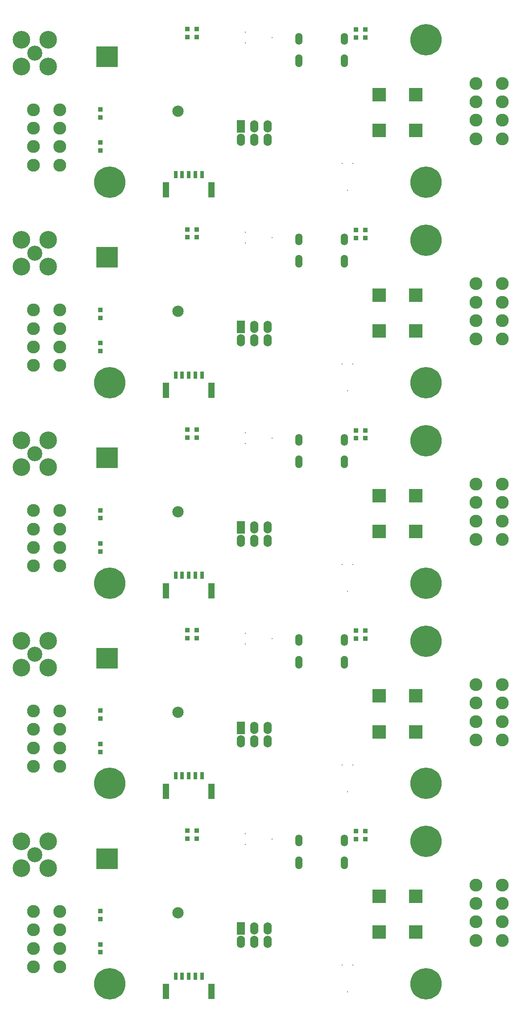
<source format=gbs>
G04*
G04 #@! TF.GenerationSoftware,Altium Limited,Altium Designer,22.1.2 (22)*
G04*
G04 Layer_Color=16711935*
%FSLAX44Y44*%
%MOMM*%
G71*
G04*
G04 #@! TF.SameCoordinates,E043F6CF-6A60-43DD-A528-41309D8B8766*
G04*
G04*
G04 #@! TF.FilePolarity,Negative*
G04*
G01*
G75*
%ADD149C,2.4500*%
%ADD150C,0.2500*%
%ADD151C,0.1500*%
%ADD152O,1.3500X2.2500*%
%ADD153O,1.3500X2.4500*%
%ADD154O,1.5500X2.3500*%
%ADD155R,1.5500X2.3500*%
%ADD156C,2.1500*%
%ADD157C,3.3500*%
%ADD158C,2.8500*%
%ADD159C,5.9500*%
%ADD160R,4.0250X4.0000*%
%ADD161R,0.9500X0.9500*%
%ADD162R,2.6500X2.6500*%
%ADD163R,0.7500X1.4000*%
%ADD164R,1.1500X2.8500*%
D149*
X155000Y217500D02*
D03*
X105000D02*
D03*
X155000Y182500D02*
D03*
X105000D02*
D03*
X155000Y147500D02*
D03*
X105000D02*
D03*
X155000Y112500D02*
D03*
X105000D02*
D03*
X995000Y267500D02*
D03*
X945000D02*
D03*
X995000Y232500D02*
D03*
X945000D02*
D03*
X995000Y197500D02*
D03*
X945000D02*
D03*
X995000Y162500D02*
D03*
X945000D02*
D03*
X155000Y597500D02*
D03*
X105000D02*
D03*
X155000Y562500D02*
D03*
X105000D02*
D03*
X155000Y527500D02*
D03*
X105000D02*
D03*
X155000Y492500D02*
D03*
X105000D02*
D03*
X995000Y647500D02*
D03*
X945000D02*
D03*
X995000Y612500D02*
D03*
X945000D02*
D03*
X995000Y577500D02*
D03*
X945000D02*
D03*
X995000Y542500D02*
D03*
X945000D02*
D03*
X155000Y977500D02*
D03*
X105000D02*
D03*
X155000Y942500D02*
D03*
X105000D02*
D03*
X155000Y907500D02*
D03*
X105000D02*
D03*
X155000Y872500D02*
D03*
X105000D02*
D03*
X995000Y1027500D02*
D03*
X945000D02*
D03*
X995000Y992500D02*
D03*
X945000D02*
D03*
X995000Y957500D02*
D03*
X945000D02*
D03*
X995000Y922500D02*
D03*
X945000D02*
D03*
X155000Y1357500D02*
D03*
X105000D02*
D03*
X155000Y1322500D02*
D03*
X105000D02*
D03*
X155000Y1287500D02*
D03*
X105000D02*
D03*
X155000Y1252500D02*
D03*
X105000D02*
D03*
X995000Y1407500D02*
D03*
X945000D02*
D03*
X995000Y1372500D02*
D03*
X945000D02*
D03*
X995000Y1337500D02*
D03*
X945000D02*
D03*
X995000Y1302500D02*
D03*
X945000D02*
D03*
X155000Y1737500D02*
D03*
X105000D02*
D03*
X155000Y1702500D02*
D03*
X105000D02*
D03*
X155000Y1667500D02*
D03*
X105000D02*
D03*
X155000Y1632500D02*
D03*
X105000D02*
D03*
X995000Y1787500D02*
D03*
X945000D02*
D03*
X995000Y1752500D02*
D03*
X945000D02*
D03*
X995000Y1717500D02*
D03*
X945000D02*
D03*
X995000Y1682500D02*
D03*
X945000D02*
D03*
D150*
X507600Y364810D02*
D03*
Y344490D02*
D03*
X558400Y354650D02*
D03*
X701150Y64600D02*
D03*
X690990Y115400D02*
D03*
X711310D02*
D03*
X507600Y744810D02*
D03*
Y724490D02*
D03*
X558400Y734650D02*
D03*
X701150Y444600D02*
D03*
X690990Y495400D02*
D03*
X711310D02*
D03*
X507600Y1124810D02*
D03*
Y1104490D02*
D03*
X558400Y1114650D02*
D03*
X701150Y824600D02*
D03*
X690990Y875400D02*
D03*
X711310D02*
D03*
X507600Y1504810D02*
D03*
Y1484490D02*
D03*
X558400Y1494650D02*
D03*
X701150Y1204600D02*
D03*
X690990Y1255400D02*
D03*
X711310D02*
D03*
X507600Y1884810D02*
D03*
Y1864490D02*
D03*
X558400Y1874650D02*
D03*
X701150Y1584600D02*
D03*
X690990Y1635400D02*
D03*
X711310D02*
D03*
D151*
X623600Y314950D02*
D03*
X681400D02*
D03*
X623600Y694950D02*
D03*
X681400D02*
D03*
X623600Y1074950D02*
D03*
X681400D02*
D03*
X623600Y1454950D02*
D03*
X681400D02*
D03*
X623600Y1834950D02*
D03*
X681400D02*
D03*
D152*
X695700Y351750D02*
D03*
X609300D02*
D03*
X695700Y731750D02*
D03*
X609300D02*
D03*
X695700Y1111750D02*
D03*
X609300D02*
D03*
X695700Y1491750D02*
D03*
X609300D02*
D03*
X695700Y1871750D02*
D03*
X609300D02*
D03*
D153*
X695700Y309950D02*
D03*
X609300D02*
D03*
X695700Y689950D02*
D03*
X609300D02*
D03*
X695700Y1069950D02*
D03*
X609300D02*
D03*
X695700Y1449950D02*
D03*
X609300D02*
D03*
X695700Y1829950D02*
D03*
X609300D02*
D03*
D154*
X549400Y185400D02*
D03*
X524000D02*
D03*
X498600Y160000D02*
D03*
X524000D02*
D03*
X549400D02*
D03*
Y565400D02*
D03*
X524000D02*
D03*
X498600Y540000D02*
D03*
X524000D02*
D03*
X549400D02*
D03*
Y945400D02*
D03*
X524000D02*
D03*
X498600Y920000D02*
D03*
X524000D02*
D03*
X549400D02*
D03*
Y1325400D02*
D03*
X524000D02*
D03*
X498600Y1300000D02*
D03*
X524000D02*
D03*
X549400D02*
D03*
Y1705400D02*
D03*
X524000D02*
D03*
X498600Y1680000D02*
D03*
X524000D02*
D03*
X549400D02*
D03*
D155*
X498600Y185400D02*
D03*
Y565400D02*
D03*
Y945400D02*
D03*
Y1325400D02*
D03*
Y1705400D02*
D03*
D156*
X380000Y215000D02*
D03*
Y595000D02*
D03*
Y975000D02*
D03*
Y1355000D02*
D03*
Y1735000D02*
D03*
D157*
X132900Y299600D02*
D03*
Y350400D02*
D03*
X82100D02*
D03*
Y299600D02*
D03*
X132900Y679600D02*
D03*
Y730400D02*
D03*
X82100D02*
D03*
Y679600D02*
D03*
X132900Y1059600D02*
D03*
Y1110400D02*
D03*
X82100D02*
D03*
Y1059600D02*
D03*
X132900Y1439600D02*
D03*
Y1490400D02*
D03*
X82100D02*
D03*
Y1439600D02*
D03*
X132900Y1819600D02*
D03*
Y1870400D02*
D03*
X82100D02*
D03*
Y1819600D02*
D03*
D158*
X107500Y325000D02*
D03*
Y705000D02*
D03*
Y1085000D02*
D03*
Y1465000D02*
D03*
Y1845000D02*
D03*
D159*
X250000Y80000D02*
D03*
X850000Y350000D02*
D03*
Y80000D02*
D03*
X250000Y460000D02*
D03*
X850000Y730000D02*
D03*
Y460000D02*
D03*
X250000Y840000D02*
D03*
X850000Y1110000D02*
D03*
Y840000D02*
D03*
X250000Y1220000D02*
D03*
X850000Y1490000D02*
D03*
Y1220000D02*
D03*
X250000Y1600000D02*
D03*
X850000Y1870000D02*
D03*
Y1600000D02*
D03*
D160*
X244875Y317500D02*
D03*
Y697500D02*
D03*
Y1077500D02*
D03*
Y1457500D02*
D03*
Y1837500D02*
D03*
D161*
X735000Y369500D02*
D03*
Y354500D02*
D03*
X717500Y369500D02*
D03*
Y354500D02*
D03*
X397500Y355500D02*
D03*
Y370500D02*
D03*
X415000Y355500D02*
D03*
Y370500D02*
D03*
X232500Y218000D02*
D03*
Y203000D02*
D03*
Y155000D02*
D03*
Y140000D02*
D03*
X735000Y749500D02*
D03*
Y734500D02*
D03*
X717500Y749500D02*
D03*
Y734500D02*
D03*
X397500Y735500D02*
D03*
Y750500D02*
D03*
X415000Y735500D02*
D03*
Y750500D02*
D03*
X232500Y598000D02*
D03*
Y583000D02*
D03*
Y535000D02*
D03*
Y520000D02*
D03*
X735000Y1129500D02*
D03*
Y1114500D02*
D03*
X717500Y1129500D02*
D03*
Y1114500D02*
D03*
X397500Y1115500D02*
D03*
Y1130500D02*
D03*
X415000Y1115500D02*
D03*
Y1130500D02*
D03*
X232500Y978000D02*
D03*
Y963000D02*
D03*
Y915000D02*
D03*
Y900000D02*
D03*
X735000Y1509500D02*
D03*
Y1494500D02*
D03*
X717500Y1509500D02*
D03*
Y1494500D02*
D03*
X397500Y1495500D02*
D03*
Y1510500D02*
D03*
X415000Y1495500D02*
D03*
Y1510500D02*
D03*
X232500Y1358000D02*
D03*
Y1343000D02*
D03*
Y1295000D02*
D03*
Y1280000D02*
D03*
X735000Y1889500D02*
D03*
Y1874500D02*
D03*
X717500Y1889500D02*
D03*
Y1874500D02*
D03*
X397500Y1875500D02*
D03*
Y1890500D02*
D03*
X415000Y1875500D02*
D03*
Y1890500D02*
D03*
X232500Y1738000D02*
D03*
Y1723000D02*
D03*
Y1675000D02*
D03*
Y1660000D02*
D03*
D162*
X830500Y246000D02*
D03*
X761500D02*
D03*
X830500Y178000D02*
D03*
X761500D02*
D03*
X830500Y626000D02*
D03*
X761500D02*
D03*
X830500Y558000D02*
D03*
X761500D02*
D03*
X830500Y1006000D02*
D03*
X761500D02*
D03*
X830500Y938000D02*
D03*
X761500D02*
D03*
X830500Y1386000D02*
D03*
X761500D02*
D03*
X830500Y1318000D02*
D03*
X761500D02*
D03*
X830500Y1766000D02*
D03*
X761500D02*
D03*
X830500Y1698000D02*
D03*
X761500D02*
D03*
D163*
X425000Y94500D02*
D03*
X412500D02*
D03*
X400000D02*
D03*
X387500D02*
D03*
X375000D02*
D03*
X425000Y474500D02*
D03*
X412500D02*
D03*
X400000D02*
D03*
X387500D02*
D03*
X375000D02*
D03*
X425000Y854500D02*
D03*
X412500D02*
D03*
X400000D02*
D03*
X387500D02*
D03*
X375000D02*
D03*
X425000Y1234500D02*
D03*
X412500D02*
D03*
X400000D02*
D03*
X387500D02*
D03*
X375000D02*
D03*
X425000Y1614500D02*
D03*
X412500D02*
D03*
X400000D02*
D03*
X387500D02*
D03*
X375000D02*
D03*
D164*
X443500Y65500D02*
D03*
X356500D02*
D03*
X443500Y445500D02*
D03*
X356500D02*
D03*
X443500Y825500D02*
D03*
X356500D02*
D03*
X443500Y1205500D02*
D03*
X356500D02*
D03*
X443500Y1585500D02*
D03*
X356500D02*
D03*
M02*

</source>
